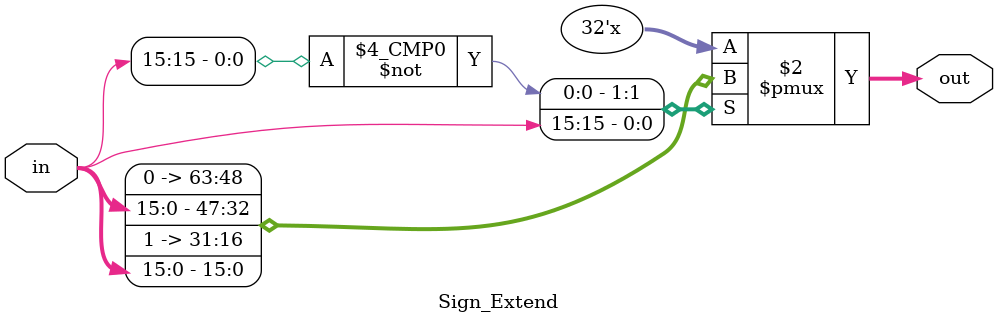
<source format=v>
module Sign_Extend(
	input [15:0]in,
	output reg [31:0] out
);

always @*
		case(in[15])
		1'b0:
		begin
			out = in;
		end
		1'b1:
		begin
			out={16'b1111111111111111, in};
		end
	endcase
endmodule
</source>
